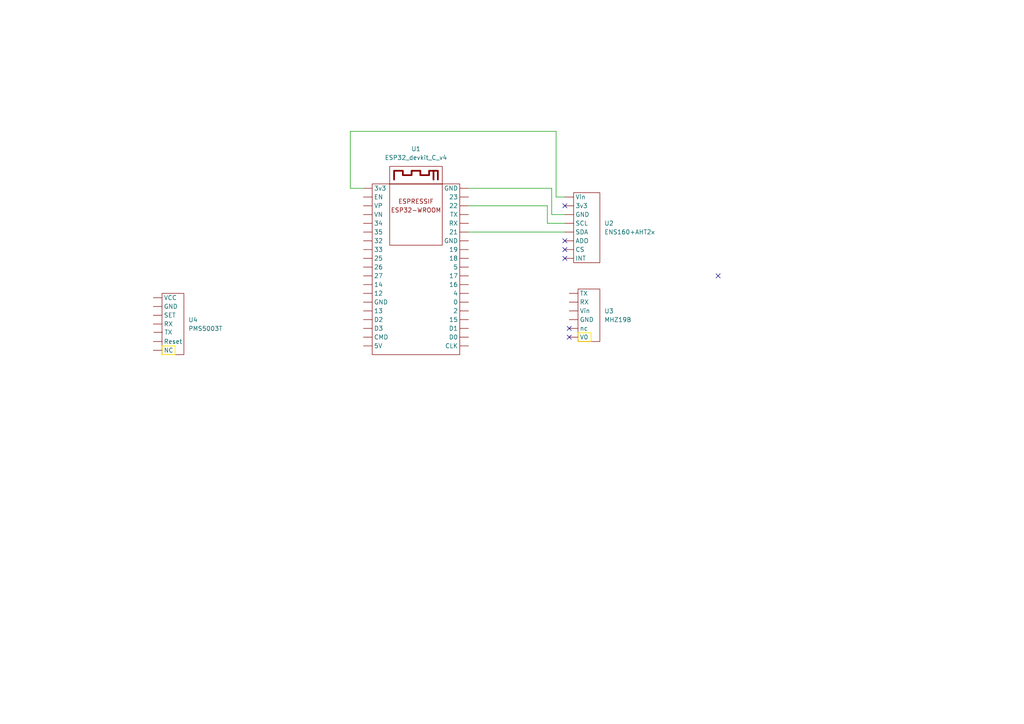
<source format=kicad_sch>
(kicad_sch (version 20230121) (generator eeschema)
  (paper "A4")
  (lib_symbols
    (symbol "ESP32:ENS160+AHT2x"
      (property "Reference" "U" (at 0 13.97 0))
      (property "Value" "ENS160+AHT2x" (at 0 11.43 0))
      (symbol "ENS160+AHT2x_0_1"
        (rectangle (start -3.81 10.16) (end 3.81 -10.16))
      )
      (symbol "ENS160+AHT2x_1_1"
        (pin input line (at -6.35 6.35 0) (length 2.54) (name "3v3") (number ""))
        (pin input line (at -6.35 -3.81 0) (length 2.54) (name "ADO") (number ""))
        (pin input line (at -6.35 -6.35 0) (length 2.54) (name "CS") (number ""))
        (pin input line (at -6.35 3.81 0) (length 2.54) (name "GND") (number ""))
        (pin input line (at -6.35 -8.89 0) (length 2.54) (name "INT") (number ""))
        (pin input line (at -6.35 1.27 0) (length 2.54) (name "SCL") (number ""))
        (pin input line (at -6.35 -1.27 0) (length 2.54) (name "SDA") (number ""))
        (pin input line (at -6.35 8.89 0) (length 2.54) (name "Vin") (number ""))
      )
    )
    (symbol "ESP32:ESP32_devkit_C_v4"
      (property "Reference" "U" (at 0 30.48 0))
      (property "Value" "ESP32_devkit_C_v4" (at 0 27.94 0))
      (symbol "ESP32_devkit_C_v4_0_1"
        (rectangle (start -12.7 21.59) (end 12.7 -27.94))
        (rectangle (start -7.62 21.59) (end 7.62 3.81))
        (rectangle (start -7.62 26.67) (end 7.62 21.59))
      )
      (symbol "ESP32_devkit_C_v4_1_1"
        (polyline (pts (xy 5.08 25.4) (xy 6.35 25.4) (xy 6.35 22.86)) (stroke (width 0.5)))
        (polyline (pts (xy -6.35 22.86) (xy -6.35 25.4) (xy -3.81 25.4) (xy -3.81 24.13) (xy -1.27 24.13) (xy -1.27 25.4) (xy 1.27 25.4) (xy 1.27 24.13) (xy 3.81 24.13) (xy 3.81 25.4) (xy 5.08 25.4) (xy 5.08 22.86)) (stroke (width 0.5)))
        (text "ESP32-WROOM" (at 0 13.97 0) (effects (font (size 1.27 1.27))))
        (text "ESPRESSIF" (at 0 16.51 0) (effects (font (size 1.27 1.27))))
        (pin input line (at 15.24 -12.7 180) (length 2.54) (name "0") (number ""))
        (pin input line (at -15.24 -10.16 0) (length 2.54) (name "12") (number ""))
        (pin input line (at -15.24 -15.24 0) (length 2.54) (name "13") (number ""))
        (pin input line (at -15.24 -7.62 0) (length 2.54) (name "14") (number ""))
        (pin input line (at 15.24 -17.78 180) (length 2.54) (name "15") (number ""))
        (pin input line (at 15.24 -7.62 180) (length 2.54) (name "16") (number ""))
        (pin input line (at 15.24 -5.08 180) (length 2.54) (name "17") (number ""))
        (pin input line (at 15.24 0 180) (length 2.54) (name "18") (number ""))
        (pin input line (at 15.24 2.54 180) (length 2.54) (name "19") (number ""))
        (pin input line (at 15.24 -15.24 180) (length 2.54) (name "2") (number ""))
        (pin input line (at 15.24 7.62 180) (length 2.54) (name "21") (number ""))
        (pin input line (at 15.24 15.24 180) (length 2.54) (name "22") (number ""))
        (pin input line (at 15.24 17.78 180) (length 2.54) (name "23") (number ""))
        (pin input line (at -15.24 0 0) (length 2.54) (name "25") (number ""))
        (pin input line (at -15.24 -2.54 0) (length 2.54) (name "26") (number ""))
        (pin input line (at -15.24 -5.08 0) (length 2.54) (name "27") (number ""))
        (pin input line (at -15.24 5.08 0) (length 2.54) (name "32") (number ""))
        (pin input line (at -15.24 2.54 0) (length 2.54) (name "33") (number ""))
        (pin input line (at -15.24 10.16 0) (length 2.54) (name "34") (number ""))
        (pin input line (at -15.24 7.62 0) (length 2.54) (name "35") (number ""))
        (pin input line (at -15.24 20.32 0) (length 2.54) (name "3v3") (number ""))
        (pin input line (at 15.24 -10.16 180) (length 2.54) (name "4") (number ""))
        (pin input line (at 15.24 -2.54 180) (length 2.54) (name "5") (number ""))
        (pin input line (at -15.24 -25.4 0) (length 2.54) (name "5V") (number ""))
        (pin input line (at 15.24 -25.4 180) (length 2.54) (name "CLK") (number ""))
        (pin input line (at -15.24 -22.86 0) (length 2.54) (name "CMD") (number ""))
        (pin input line (at 15.24 -22.86 180) (length 2.54) (name "D0") (number ""))
        (pin input line (at 15.24 -20.32 180) (length 2.54) (name "D1") (number ""))
        (pin input line (at -15.24 -17.78 0) (length 2.54) (name "D2") (number ""))
        (pin input line (at -15.24 -20.32 0) (length 2.54) (name "D3") (number ""))
        (pin input line (at -15.24 17.78 0) (length 2.54) (name "EN") (number ""))
        (pin input line (at -15.24 -12.7 0) (length 2.54) (name "GND") (number ""))
        (pin input line (at 15.24 5.08 180) (length 2.54) (name "GND") (number ""))
        (pin input line (at 15.24 20.32 180) (length 2.54) (name "GND") (number ""))
        (pin input line (at 15.24 10.16 180) (length 2.54) (name "RX") (number ""))
        (pin input line (at 15.24 12.7 180) (length 2.54) (name "TX") (number ""))
        (pin input line (at -15.24 12.7 0) (length 2.54) (name "VN") (number ""))
        (pin input line (at -15.24 15.24 0) (length 2.54) (name "VP") (number ""))
      )
    )
    (symbol "ESP32:MHZ19B"
      (property "Reference" "U" (at 0 11.43 0))
      (property "Value" "MHZ19B" (at 0 8.89 0))
      (symbol "MHZ19B_0_1"
        (rectangle (start -2.54 7.62) (end 3.81 -7.62))
      )
      (symbol "MHZ19B_1_1"
        (rectangle (start -2.54 -5.08) (end 1.27 -7.62) (stroke (width 0.2) (color 255 228 0 1)))
        (pin input line (at -5.08 -1.27 0) (length 2.54) (name "GND") (number ""))
        (pin input line (at -5.08 3.81 0) (length 2.54) (name "RX") (number ""))
        (pin input line (at -5.08 6.35 0) (length 2.54) (name "TX") (number ""))
        (pin input line (at -5.08 -6.35 0) (length 2.54) (name "V0") (number ""))
        (pin input line (at -5.08 1.27 0) (length 2.54) (name "Vin") (number ""))
        (pin input line (at -5.08 -3.81 0) (length 2.54) (name "nc") (number ""))
      )
    )
    (symbol "ESP32:PMS5003T"
      (property "Reference" "U" (at 0 12.7 0))
      (property "Value" "PMS5003T" (at 0 10.16 0))
      (symbol "PMS5003T_0_1"
        (rectangle (start -2.54 8.89) (end 3.81 -8.89))
      )
      (symbol "PMS5003T_1_1"
        (rectangle (start -2.54 -6.35) (end 1.27 -8.89) (stroke (width 0.2) (color 255 238 0 1)))
        (pin input line (at -5.08 5.08 0) (length 2.54) (name "GND") (number ""))
        (pin input line (at -5.08 -7.62 0) (length 2.54) (name "NC") (number ""))
        (pin input line (at -5.08 0 0) (length 2.54) (name "RX") (number ""))
        (pin input line (at -5.08 -5.08 0) (length 2.54) (name "Reset") (number ""))
        (pin input line (at -5.08 2.54 0) (length 2.54) (name "SET") (number ""))
        (pin input line (at -4.923 -2.408 0) (length 2.54) (name "TX") (number ""))
        (pin input line (at -5.08 7.62 0) (length 2.54) (name "VCC") (number ""))
      )
    )
  )
  (no_connect (at 208.28 80.01))
  (no_connect (at 165.1 95.25))
  (no_connect (at 165.1 97.79))
  (no_connect (at 163.83 72.39))
  (no_connect (at 163.83 69.85))
  (no_connect (at 163.83 74.93))
  (no_connect (at 163.83 59.69))
  (wire (pts (xy 101.6 38.1) (xy 101.6 54.61)))
  (wire (pts (xy 160.02 62.23) (xy 160.02 54.61)))
  (wire (pts (xy 101.6 54.61) (xy 105.41 54.61)))
  (wire (pts (xy 163.83 64.77) (xy 158.75 64.77)))
  (wire (pts (xy 160.02 54.61) (xy 135.89 54.61)))
  (wire (pts (xy 163.83 62.23) (xy 160.02 62.23)))
  (wire (pts (xy 163.83 67.31) (xy 135.89 67.31)))
  (wire (pts (xy 161.29 57.15) (xy 161.29 38.1)))
  (wire (pts (xy 163.83 57.15) (xy 161.29 57.15)))
  (wire (pts (xy 158.75 59.69) (xy 135.89 59.69)))
  (wire (pts (xy 158.75 64.77) (xy 158.75 59.69)))
  (wire (pts (xy 161.29 38.1) (xy 101.6 38.1)))
  (symbol (lib_id "ESP32:ESP32_devkit_C_v4") (at 120.65 74.93 0) (unit 1)
    (property "Reference" "U1" (at 120.65 43.18 0))
    (property "Value" "ESP32_devkit_C_v4" (at 120.65 45.72 0))
  )
  (symbol (lib_id "ESP32:PMS5003T") (at 49.53 93.98 0) (unit 1)
    (property "Reference" "U4" (at 54.61 92.76 0) (effects (justify left)))
    (property "Value" "PMS5003T" (at 54.61 95.3 0) (effects (justify left)))
  )
  (symbol (lib_id "ESP32:MHZ19B") (at 170.18 91.44 0) (unit 1)
    (property "Reference" "U3" (at 175.26 90.22 0) (effects (justify left)))
    (property "Value" "MHZ19B" (at 175.26 92.76 0) (effects (justify left)))
  )
  (symbol (lib_id "ESP32:ENS160+AHT2x") (at 170.18 66.04 0) (unit 1)
    (property "Reference" "U2" (at 175.26 64.77 0) (effects (justify left)))
    (property "Value" "ENS160+AHT2x" (at 175.26 67.31 0) (effects (justify left)))
  )
)
</source>
